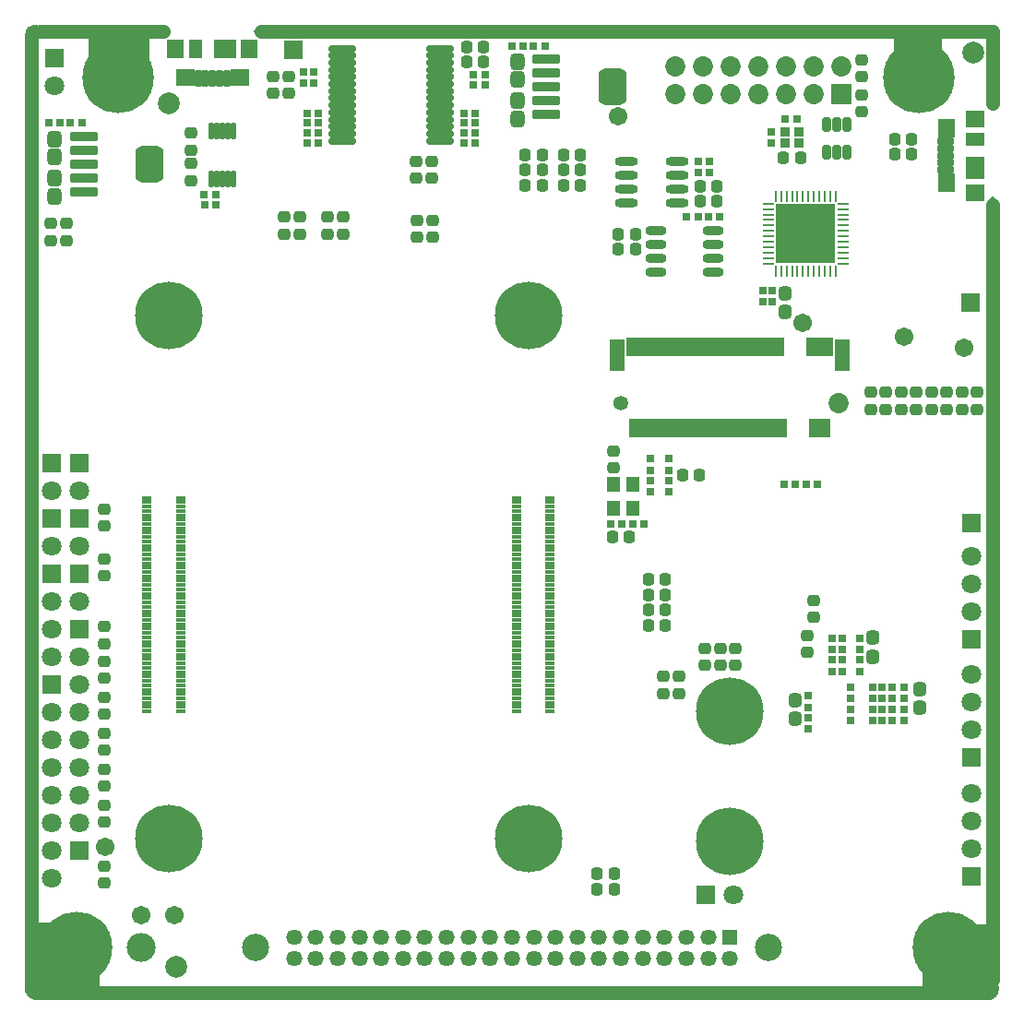
<source format=gbr>
G04*
G04 #@! TF.GenerationSoftware,Altium Limited,Altium Designer,24.9.1 (31)*
G04*
G04 Layer_Color=8388736*
%FSLAX44Y44*%
%MOMM*%
G71*
G04*
G04 #@! TF.SameCoordinates,95152EAB-924E-4990-96F7-4EF775BF21D2*
G04*
G04*
G04 #@! TF.FilePolarity,Negative*
G04*
G01*
G75*
%ADD52C,1.3000*%
%ADD53R,5.5478X2.9001*%
%ADD54R,4.5138X2.6001*%
%ADD55R,6.8000X6.4000*%
%ADD56R,6.5000X6.7000*%
G04:AMPARAMS|DCode=57|XSize=0.6604mm|YSize=1.5748mm|CornerRadius=0.2159mm|HoleSize=0mm|Usage=FLASHONLY|Rotation=180.000|XOffset=0mm|YOffset=0mm|HoleType=Round|Shape=RoundedRectangle|*
%AMROUNDEDRECTD57*
21,1,0.6604,1.1430,0,0,180.0*
21,1,0.2286,1.5748,0,0,180.0*
1,1,0.4318,-0.1143,0.5715*
1,1,0.4318,0.1143,0.5715*
1,1,0.4318,0.1143,-0.5715*
1,1,0.4318,-0.1143,-0.5715*
%
%ADD57ROUNDEDRECTD57*%
%ADD58R,1.5032X1.8032*%
%ADD59R,1.7526X1.6256*%
%ADD60R,2.0032X1.8032*%
%ADD61R,1.2032X1.8032*%
G04:AMPARAMS|DCode=62|XSize=1.1532mm|YSize=1.0532mm|CornerRadius=0.3141mm|HoleSize=0mm|Usage=FLASHONLY|Rotation=180.000|XOffset=0mm|YOffset=0mm|HoleType=Round|Shape=RoundedRectangle|*
%AMROUNDEDRECTD62*
21,1,1.1532,0.4250,0,0,180.0*
21,1,0.5250,1.0532,0,0,180.0*
1,1,0.6282,-0.2625,0.2125*
1,1,0.6282,0.2625,0.2125*
1,1,0.6282,0.2625,-0.2125*
1,1,0.6282,-0.2625,-0.2125*
%
%ADD62ROUNDEDRECTD62*%
%ADD63O,0.2393X1.0571*%
%ADD64O,1.0571X0.2393*%
%ADD65R,5.4200X5.4200*%
%ADD66R,0.5040X1.7540*%
%ADD67R,1.4040X2.9540*%
%ADD68R,1.8032X1.2032*%
%ADD69R,1.8032X2.0032*%
%ADD70R,1.8032X1.5032*%
%ADD71R,1.6256X1.7526*%
G04:AMPARAMS|DCode=72|XSize=0.6604mm|YSize=1.5748mm|CornerRadius=0.2159mm|HoleSize=0mm|Usage=FLASHONLY|Rotation=90.000|XOffset=0mm|YOffset=0mm|HoleType=Round|Shape=RoundedRectangle|*
%AMROUNDEDRECTD72*
21,1,0.6604,1.1430,0,0,90.0*
21,1,0.2286,1.5748,0,0,90.0*
1,1,0.4318,0.5715,0.1143*
1,1,0.4318,0.5715,-0.1143*
1,1,0.4318,-0.5715,-0.1143*
1,1,0.4318,-0.5715,0.1143*
%
%ADD72ROUNDEDRECTD72*%
%ADD73R,0.9032X0.4032*%
%ADD74R,0.9500X0.8500*%
G04:AMPARAMS|DCode=75|XSize=1.1532mm|YSize=1.0532mm|CornerRadius=0.3141mm|HoleSize=0mm|Usage=FLASHONLY|Rotation=90.000|XOffset=0mm|YOffset=0mm|HoleType=Round|Shape=RoundedRectangle|*
%AMROUNDEDRECTD75*
21,1,1.1532,0.4250,0,0,90.0*
21,1,0.5250,1.0532,0,0,90.0*
1,1,0.6282,0.2125,0.2625*
1,1,0.6282,0.2125,-0.2625*
1,1,0.6282,-0.2125,-0.2625*
1,1,0.6282,-0.2125,0.2625*
%
%ADD75ROUNDEDRECTD75*%
G04:AMPARAMS|DCode=76|XSize=1.8432mm|YSize=0.7932mm|CornerRadius=0.2491mm|HoleSize=0mm|Usage=FLASHONLY|Rotation=0.000|XOffset=0mm|YOffset=0mm|HoleType=Round|Shape=RoundedRectangle|*
%AMROUNDEDRECTD76*
21,1,1.8432,0.2950,0,0,0.0*
21,1,1.3450,0.7932,0,0,0.0*
1,1,0.4982,0.6725,-0.1475*
1,1,0.4982,-0.6725,-0.1475*
1,1,0.4982,-0.6725,0.1475*
1,1,0.4982,0.6725,0.1475*
%
%ADD76ROUNDEDRECTD76*%
%ADD77C,1.7032*%
G04:AMPARAMS|DCode=78|XSize=1.4132mm|YSize=0.7932mm|CornerRadius=0.1754mm|HoleSize=0mm|Usage=FLASHONLY|Rotation=270.000|XOffset=0mm|YOffset=0mm|HoleType=Round|Shape=RoundedRectangle|*
%AMROUNDEDRECTD78*
21,1,1.4132,0.4425,0,0,270.0*
21,1,1.0625,0.7932,0,0,270.0*
1,1,0.3507,-0.2213,-0.5313*
1,1,0.3507,-0.2213,0.5313*
1,1,0.3507,0.2213,0.5313*
1,1,0.3507,0.2213,-0.5313*
%
%ADD78ROUNDEDRECTD78*%
%ADD79R,1.1532X1.4032*%
G04:AMPARAMS|DCode=80|XSize=1.6032mm|YSize=0.5032mm|CornerRadius=0.1766mm|HoleSize=0mm|Usage=FLASHONLY|Rotation=90.000|XOffset=0mm|YOffset=0mm|HoleType=Round|Shape=RoundedRectangle|*
%AMROUNDEDRECTD80*
21,1,1.6032,0.1500,0,0,90.0*
21,1,1.2500,0.5032,0,0,90.0*
1,1,0.3532,0.0750,0.6250*
1,1,0.3532,0.0750,-0.6250*
1,1,0.3532,-0.0750,-0.6250*
1,1,0.3532,-0.0750,0.6250*
%
%ADD80ROUNDEDRECTD80*%
%ADD81O,2.1032X0.8032*%
G04:AMPARAMS|DCode=82|XSize=3.4032mm|YSize=2.6032mm|CornerRadius=0.7016mm|HoleSize=0mm|Usage=FLASHONLY|Rotation=90.000|XOffset=0mm|YOffset=0mm|HoleType=Round|Shape=RoundedRectangle|*
%AMROUNDEDRECTD82*
21,1,3.4032,1.2000,0,0,90.0*
21,1,2.0000,2.6032,0,0,90.0*
1,1,1.4032,0.6000,1.0000*
1,1,1.4032,0.6000,-1.0000*
1,1,1.4032,-0.6000,-1.0000*
1,1,1.4032,-0.6000,1.0000*
%
%ADD82ROUNDEDRECTD82*%
G04:AMPARAMS|DCode=83|XSize=0.9032mm|YSize=2.6032mm|CornerRadius=0.2766mm|HoleSize=0mm|Usage=FLASHONLY|Rotation=90.000|XOffset=0mm|YOffset=0mm|HoleType=Round|Shape=RoundedRectangle|*
%AMROUNDEDRECTD83*
21,1,0.9032,2.0500,0,0,90.0*
21,1,0.3500,2.6032,0,0,90.0*
1,1,0.5532,1.0250,0.1750*
1,1,0.5532,1.0250,-0.1750*
1,1,0.5532,-1.0250,-0.1750*
1,1,0.5532,-1.0250,0.1750*
%
%ADD83ROUNDEDRECTD83*%
G04:AMPARAMS|DCode=84|XSize=1.3032mm|YSize=1.2032mm|CornerRadius=0.3516mm|HoleSize=0mm|Usage=FLASHONLY|Rotation=270.000|XOffset=0mm|YOffset=0mm|HoleType=Round|Shape=RoundedRectangle|*
%AMROUNDEDRECTD84*
21,1,1.3032,0.5000,0,0,270.0*
21,1,0.6000,1.2032,0,0,270.0*
1,1,0.7032,-0.2500,-0.3000*
1,1,0.7032,-0.2500,0.3000*
1,1,0.7032,0.2500,0.3000*
1,1,0.7032,0.2500,-0.3000*
%
%ADD84ROUNDEDRECTD84*%
G04:AMPARAMS|DCode=85|XSize=0.75mm|YSize=0.7mm|CornerRadius=0.2mm|HoleSize=0mm|Usage=FLASHONLY|Rotation=0.000|XOffset=0mm|YOffset=0mm|HoleType=Round|Shape=RoundedRectangle|*
%AMROUNDEDRECTD85*
21,1,0.7500,0.3000,0,0,0.0*
21,1,0.3500,0.7000,0,0,0.0*
1,1,0.4000,0.1750,-0.1500*
1,1,0.4000,-0.1750,-0.1500*
1,1,0.4000,-0.1750,0.1500*
1,1,0.4000,0.1750,0.1500*
%
%ADD85ROUNDEDRECTD85*%
G04:AMPARAMS|DCode=86|XSize=0.75mm|YSize=0.7mm|CornerRadius=0.2mm|HoleSize=0mm|Usage=FLASHONLY|Rotation=90.000|XOffset=0mm|YOffset=0mm|HoleType=Round|Shape=RoundedRectangle|*
%AMROUNDEDRECTD86*
21,1,0.7500,0.3000,0,0,90.0*
21,1,0.3500,0.7000,0,0,90.0*
1,1,0.4000,0.1500,0.1750*
1,1,0.4000,0.1500,-0.1750*
1,1,0.4000,-0.1500,-0.1750*
1,1,0.4000,-0.1500,0.1750*
%
%ADD86ROUNDEDRECTD86*%
G04:AMPARAMS|DCode=87|XSize=1.3032mm|YSize=1.5032mm|CornerRadius=0.3516mm|HoleSize=0mm|Usage=FLASHONLY|Rotation=180.000|XOffset=0mm|YOffset=0mm|HoleType=Round|Shape=RoundedRectangle|*
%AMROUNDEDRECTD87*
21,1,1.3032,0.8000,0,0,180.0*
21,1,0.6000,1.5032,0,0,180.0*
1,1,0.7032,-0.3000,0.4000*
1,1,0.7032,0.3000,0.4000*
1,1,0.7032,0.3000,-0.4000*
1,1,0.7032,-0.3000,-0.4000*
%
%ADD87ROUNDEDRECTD87*%
G04:AMPARAMS|DCode=88|XSize=2.5228mm|YSize=0.6627mm|CornerRadius=0.2207mm|HoleSize=0mm|Usage=FLASHONLY|Rotation=180.000|XOffset=0mm|YOffset=0mm|HoleType=Round|Shape=RoundedRectangle|*
%AMROUNDEDRECTD88*
21,1,2.5228,0.2214,0,0,180.0*
21,1,2.0814,0.6627,0,0,180.0*
1,1,0.4414,-1.0407,0.1107*
1,1,0.4414,1.0407,0.1107*
1,1,0.4414,1.0407,-0.1107*
1,1,0.4414,-1.0407,-0.1107*
%
%ADD88ROUNDEDRECTD88*%
%ADD89C,2.0000*%
%ADD90C,6.2000*%
%ADD91C,1.8532*%
%ADD92C,1.3532*%
%ADD93R,1.8532X1.8532*%
%ADD94R,1.8032X1.8032*%
%ADD95C,1.8032*%
%ADD96C,1.4612*%
%ADD97R,1.4612X1.4612*%
%ADD98C,2.5032*%
%ADD99C,2.6532*%
%ADD100C,6.2032*%
%ADD101R,1.8032X1.8032*%
%ADD102C,6.5532*%
%ADD103C,1.5240*%
%ADD104C,0.5000*%
D52*
X888000Y9000D02*
G03*
X891000Y12000I0J3000D01*
G01*
X12000Y891000D02*
G03*
X9000Y888000I0J-3000D01*
G01*
Y12000D02*
G03*
X12000Y9000I3000J0D01*
G01*
X891000Y888000D02*
G03*
X888000Y891000I-3000J0D01*
G01*
X220000Y891004D02*
X891001Y891004D01*
X17442Y891001D02*
X130000D01*
X891001Y824923D02*
Y891004D01*
X891001Y732000D02*
X891001Y20464D01*
X12000Y9000D02*
X888000D01*
X9000Y12000D02*
Y888000D01*
D53*
X89261Y876500D02*
D03*
D54*
X822431Y878000D02*
D03*
D55*
X860700Y39000D02*
D03*
D56*
X39500Y40500D02*
D03*
D57*
X162000Y848198D02*
D03*
X168500D02*
D03*
X175000D02*
D03*
X181500D02*
D03*
X188000D02*
D03*
D58*
X141250Y874798D02*
D03*
X208750D02*
D03*
D59*
X199875Y849048D02*
D03*
X150125D02*
D03*
D60*
X186500Y874798D02*
D03*
D61*
X159506D02*
D03*
D62*
X231000Y849750D02*
D03*
Y834250D02*
D03*
X245000D02*
D03*
Y849750D02*
D03*
X771000Y864750D02*
D03*
Y849250D02*
D03*
Y832750D02*
D03*
Y817250D02*
D03*
X41000Y699250D02*
D03*
Y714750D02*
D03*
X76000Y279750D02*
D03*
Y264250D02*
D03*
X76000Y246750D02*
D03*
Y231250D02*
D03*
X821000Y544250D02*
D03*
Y559750D02*
D03*
X849000Y544250D02*
D03*
Y559750D02*
D03*
X877000Y544250D02*
D03*
Y559750D02*
D03*
X76000Y344750D02*
D03*
Y329250D02*
D03*
Y312750D02*
D03*
Y297250D02*
D03*
Y213750D02*
D03*
Y198250D02*
D03*
Y180750D02*
D03*
Y165250D02*
D03*
X76000Y124750D02*
D03*
Y109250D02*
D03*
X793000Y559750D02*
D03*
Y544250D02*
D03*
X543000Y505750D02*
D03*
Y490250D02*
D03*
X727000Y368750D02*
D03*
Y353250D02*
D03*
X721000Y336750D02*
D03*
Y321250D02*
D03*
X655000Y324750D02*
D03*
Y309250D02*
D03*
X641000Y324750D02*
D03*
Y309250D02*
D03*
X627000Y324750D02*
D03*
Y309250D02*
D03*
X589000Y299000D02*
D03*
Y283500D02*
D03*
X603000Y299000D02*
D03*
Y283500D02*
D03*
X863000Y544250D02*
D03*
Y559750D02*
D03*
X835000Y544250D02*
D03*
Y559750D02*
D03*
X807000Y544250D02*
D03*
Y559750D02*
D03*
X779000Y544250D02*
D03*
Y559750D02*
D03*
X376000Y756250D02*
D03*
Y771750D02*
D03*
X362000Y756250D02*
D03*
Y771750D02*
D03*
X377000Y702250D02*
D03*
Y717750D02*
D03*
X363000Y702250D02*
D03*
Y717750D02*
D03*
X76000Y391250D02*
D03*
Y406750D02*
D03*
Y452750D02*
D03*
Y437250D02*
D03*
X27000Y699250D02*
D03*
Y714750D02*
D03*
X155000Y797750D02*
D03*
Y782250D02*
D03*
Y769750D02*
D03*
Y754250D02*
D03*
X295000Y705250D02*
D03*
Y720750D02*
D03*
X281000Y705250D02*
D03*
Y720750D02*
D03*
X255000Y705250D02*
D03*
Y720750D02*
D03*
X241000Y705250D02*
D03*
Y720750D02*
D03*
D63*
X702000Y670989D02*
D03*
X697000D02*
D03*
X692000D02*
D03*
X707000D02*
D03*
X712000D02*
D03*
X717000D02*
D03*
X722000D02*
D03*
X727000D02*
D03*
X692000Y740000D02*
D03*
X697000D02*
D03*
X702000D02*
D03*
X707000D02*
D03*
X712000D02*
D03*
X717000D02*
D03*
X722000D02*
D03*
X727000D02*
D03*
X732000Y670989D02*
D03*
X737000D02*
D03*
X742000D02*
D03*
X747000D02*
D03*
X732000Y740000D02*
D03*
X737000D02*
D03*
X742000D02*
D03*
X747000D02*
D03*
D64*
X684995Y677995D02*
D03*
Y682995D02*
D03*
Y687995D02*
D03*
Y692995D02*
D03*
Y697995D02*
D03*
Y702995D02*
D03*
Y707995D02*
D03*
Y712995D02*
D03*
Y717995D02*
D03*
Y722995D02*
D03*
Y727995D02*
D03*
Y732995D02*
D03*
X754006Y677995D02*
D03*
Y682995D02*
D03*
Y687995D02*
D03*
Y692995D02*
D03*
Y697995D02*
D03*
Y702995D02*
D03*
Y707995D02*
D03*
Y712995D02*
D03*
Y717995D02*
D03*
Y722995D02*
D03*
Y727995D02*
D03*
Y732995D02*
D03*
D65*
X719500Y705495D02*
D03*
D66*
X740000Y527250D02*
D03*
X735000D02*
D03*
X730000D02*
D03*
X725000D02*
D03*
X700000D02*
D03*
X695000D02*
D03*
X690000D02*
D03*
X685000D02*
D03*
X680000D02*
D03*
X675000D02*
D03*
X670000D02*
D03*
X665000D02*
D03*
X660000D02*
D03*
X655000D02*
D03*
X650000D02*
D03*
X645000D02*
D03*
X640000D02*
D03*
X635000D02*
D03*
X630000D02*
D03*
X625000D02*
D03*
X620000D02*
D03*
X615000D02*
D03*
X610000D02*
D03*
X605000D02*
D03*
X600000D02*
D03*
X595000D02*
D03*
X590000D02*
D03*
X585000D02*
D03*
X580000D02*
D03*
X575000D02*
D03*
X570000D02*
D03*
X565000D02*
D03*
X560000D02*
D03*
X742500Y601750D02*
D03*
X737500D02*
D03*
X732500D02*
D03*
X727500D02*
D03*
X722500D02*
D03*
X697500D02*
D03*
X692500D02*
D03*
X687500D02*
D03*
X682500D02*
D03*
X677500D02*
D03*
X672500D02*
D03*
X667500D02*
D03*
X662500D02*
D03*
X657500D02*
D03*
X652500D02*
D03*
X647500D02*
D03*
X642500D02*
D03*
X637500D02*
D03*
X632500D02*
D03*
X627500D02*
D03*
X622500D02*
D03*
X617500D02*
D03*
X612500D02*
D03*
X607500D02*
D03*
X602500D02*
D03*
X597500D02*
D03*
X592500D02*
D03*
X587500D02*
D03*
X582500D02*
D03*
X577500D02*
D03*
X572500D02*
D03*
X567500D02*
D03*
X562500D02*
D03*
X557500D02*
D03*
D67*
X753500Y594000D02*
D03*
X546500D02*
D03*
D68*
X874798Y792494D02*
D03*
D69*
Y765500D02*
D03*
D70*
Y743250D02*
D03*
Y810750D02*
D03*
D71*
X849048Y801875D02*
D03*
Y752125D02*
D03*
D72*
X848198Y764000D02*
D03*
Y770500D02*
D03*
Y777000D02*
D03*
Y783500D02*
D03*
Y790000D02*
D03*
D73*
X115000Y463000D02*
D03*
X145800D02*
D03*
X115000Y459000D02*
D03*
X145800D02*
D03*
X115000Y455000D02*
D03*
X145800D02*
D03*
X115000Y451000D02*
D03*
X145800D02*
D03*
X115000Y447000D02*
D03*
X145800D02*
D03*
X115000Y443000D02*
D03*
X145800D02*
D03*
X115000Y439000D02*
D03*
X145800D02*
D03*
X115000Y435000D02*
D03*
X145800D02*
D03*
X115000Y431000D02*
D03*
X145800D02*
D03*
X115000Y427000D02*
D03*
X145800D02*
D03*
X115000Y423000D02*
D03*
X145800D02*
D03*
X115000Y419000D02*
D03*
X145800D02*
D03*
X115000Y415000D02*
D03*
X145800D02*
D03*
X115000Y411000D02*
D03*
X145800D02*
D03*
X115000Y407000D02*
D03*
X145800D02*
D03*
X115000Y403000D02*
D03*
X145800D02*
D03*
X115000Y399000D02*
D03*
X145800D02*
D03*
X115000Y395000D02*
D03*
X145800D02*
D03*
X115000Y391000D02*
D03*
X145800D02*
D03*
X115000Y387000D02*
D03*
X145800D02*
D03*
X115000Y383000D02*
D03*
X145800D02*
D03*
X115000Y379000D02*
D03*
X145800D02*
D03*
X115000Y375000D02*
D03*
X145800D02*
D03*
X115000Y371000D02*
D03*
X145800D02*
D03*
X115000Y367000D02*
D03*
X145800D02*
D03*
X115000Y363000D02*
D03*
X145800D02*
D03*
X115000Y359000D02*
D03*
X145800D02*
D03*
X115000Y355000D02*
D03*
X145800D02*
D03*
X115000Y351000D02*
D03*
X145800D02*
D03*
X115000Y347000D02*
D03*
X145800D02*
D03*
X115000Y343000D02*
D03*
X145800D02*
D03*
X115000Y339000D02*
D03*
X145800D02*
D03*
X115000Y335000D02*
D03*
X145800D02*
D03*
X115000Y331000D02*
D03*
X145800D02*
D03*
X115000Y327000D02*
D03*
X145800D02*
D03*
X115000Y323000D02*
D03*
X145800D02*
D03*
X115000Y319000D02*
D03*
X145800D02*
D03*
X115000Y315000D02*
D03*
X145800D02*
D03*
X115000Y311000D02*
D03*
X145800D02*
D03*
X115000Y307000D02*
D03*
X145800D02*
D03*
X115000Y303000D02*
D03*
X145800D02*
D03*
X115000Y299000D02*
D03*
X145800D02*
D03*
X115000Y295000D02*
D03*
X145800D02*
D03*
X115000Y291000D02*
D03*
X145800D02*
D03*
X115000Y287000D02*
D03*
X145800D02*
D03*
X115000Y283000D02*
D03*
X145800D02*
D03*
X115000Y279000D02*
D03*
X145800D02*
D03*
X115000Y275000D02*
D03*
X145800D02*
D03*
X115000Y271000D02*
D03*
X145800D02*
D03*
X115000Y267000D02*
D03*
X145800D02*
D03*
X454200Y463000D02*
D03*
X485000D02*
D03*
X454200Y459000D02*
D03*
X485000D02*
D03*
X454200Y455000D02*
D03*
X485000D02*
D03*
X454200Y451000D02*
D03*
X485000D02*
D03*
X454200Y447000D02*
D03*
X485000D02*
D03*
X454200Y443000D02*
D03*
X485000D02*
D03*
X454200Y439000D02*
D03*
X485000D02*
D03*
X454200Y435000D02*
D03*
X485000D02*
D03*
X454200Y431000D02*
D03*
X485000D02*
D03*
X454200Y427000D02*
D03*
X485000D02*
D03*
X454200Y423000D02*
D03*
X485000D02*
D03*
X454200Y419000D02*
D03*
X485000D02*
D03*
X454200Y415000D02*
D03*
X485000D02*
D03*
X454200Y411000D02*
D03*
X485000D02*
D03*
X454200Y407000D02*
D03*
X485000D02*
D03*
X454200Y403000D02*
D03*
X485000D02*
D03*
X454200Y399000D02*
D03*
X485000D02*
D03*
X454200Y395000D02*
D03*
X485000D02*
D03*
X454200Y391000D02*
D03*
X485000D02*
D03*
X454200Y387000D02*
D03*
X485000D02*
D03*
X454200Y383000D02*
D03*
X485000D02*
D03*
X454200Y379000D02*
D03*
X485000D02*
D03*
X454200Y375000D02*
D03*
X485000D02*
D03*
X454200Y371000D02*
D03*
X485000D02*
D03*
X454200Y367000D02*
D03*
X485000D02*
D03*
X454200Y363000D02*
D03*
X485000D02*
D03*
X454200Y359000D02*
D03*
X485000D02*
D03*
X454200Y355000D02*
D03*
X485000D02*
D03*
X454200Y351000D02*
D03*
X485000D02*
D03*
X454200Y347000D02*
D03*
X485000D02*
D03*
X454200Y343000D02*
D03*
X485000D02*
D03*
X454200Y339000D02*
D03*
X485000D02*
D03*
X454200Y335000D02*
D03*
X485000D02*
D03*
X454200Y331000D02*
D03*
X485000D02*
D03*
X454200Y327000D02*
D03*
X485000D02*
D03*
X454200Y323000D02*
D03*
X485000D02*
D03*
X454200Y319000D02*
D03*
X485000D02*
D03*
X454200Y315000D02*
D03*
X485000D02*
D03*
X454200Y311000D02*
D03*
X485000D02*
D03*
X454200Y307000D02*
D03*
X485000D02*
D03*
X454200Y303000D02*
D03*
X485000D02*
D03*
X454200Y299000D02*
D03*
X485000D02*
D03*
X454200Y295000D02*
D03*
X485000D02*
D03*
X454200Y291000D02*
D03*
X485000D02*
D03*
X454200Y287000D02*
D03*
X485000D02*
D03*
X454200Y283000D02*
D03*
X485000D02*
D03*
X454200Y279000D02*
D03*
X485000D02*
D03*
X454200Y275000D02*
D03*
X485000D02*
D03*
X454200Y271000D02*
D03*
X485000D02*
D03*
X454200Y267000D02*
D03*
X485000D02*
D03*
D74*
X713750Y799250D02*
D03*
X700250D02*
D03*
Y788750D02*
D03*
X713750D02*
D03*
D75*
X423750Y877000D02*
D03*
X408250D02*
D03*
X816750Y792000D02*
D03*
X801250D02*
D03*
X543750Y118000D02*
D03*
X528250D02*
D03*
X622760Y735000D02*
D03*
X638260D02*
D03*
X622760Y749000D02*
D03*
X638260D02*
D03*
X621750Y484000D02*
D03*
X606250D02*
D03*
X542250Y427000D02*
D03*
X557750D02*
D03*
X590750Y388000D02*
D03*
X575250D02*
D03*
X590750Y374000D02*
D03*
X575250D02*
D03*
X590750Y360000D02*
D03*
X575250D02*
D03*
X590750Y346000D02*
D03*
X575250D02*
D03*
X543750Y104000D02*
D03*
X528250D02*
D03*
X801250Y778250D02*
D03*
X816750D02*
D03*
X714750Y775000D02*
D03*
X699250D02*
D03*
X513000Y778000D02*
D03*
X497500D02*
D03*
X513000Y764000D02*
D03*
X497500D02*
D03*
X513000Y750000D02*
D03*
X497500D02*
D03*
X462250Y778000D02*
D03*
X477750D02*
D03*
X462250Y764000D02*
D03*
X477750D02*
D03*
X462250Y750000D02*
D03*
X477750D02*
D03*
X563240Y691000D02*
D03*
X547740D02*
D03*
X563240Y705000D02*
D03*
X547740D02*
D03*
X423750Y863000D02*
D03*
X408250D02*
D03*
D76*
X634860Y708050D02*
D03*
Y695350D02*
D03*
Y682650D02*
D03*
Y669950D02*
D03*
X582160D02*
D03*
Y682650D02*
D03*
Y695350D02*
D03*
Y708050D02*
D03*
D77*
X717000Y624000D02*
D03*
X110000Y80000D02*
D03*
X77000Y143000D02*
D03*
X140000Y80000D02*
D03*
X547000Y813000D02*
D03*
X810000Y611000D02*
D03*
X865000Y601000D02*
D03*
D78*
X757500Y780450D02*
D03*
X748000D02*
D03*
X738500D02*
D03*
Y805550D02*
D03*
X748000D02*
D03*
X757500D02*
D03*
D79*
X543250Y453000D02*
D03*
Y475000D02*
D03*
X560750D02*
D03*
Y453000D02*
D03*
D80*
X174000Y755784D02*
D03*
X179000D02*
D03*
X184000D02*
D03*
X189000D02*
D03*
X194000D02*
D03*
Y799784D02*
D03*
X189000D02*
D03*
X184000D02*
D03*
X179000D02*
D03*
X174000D02*
D03*
D81*
X601784Y733300D02*
D03*
Y746000D02*
D03*
Y758700D02*
D03*
Y771400D02*
D03*
X554784Y733300D02*
D03*
Y746000D02*
D03*
Y758700D02*
D03*
Y771400D02*
D03*
D82*
X117250Y769000D02*
D03*
X542226Y840000D02*
D03*
D83*
X56750Y743600D02*
D03*
Y756300D02*
D03*
Y769000D02*
D03*
Y781700D02*
D03*
Y794400D02*
D03*
X481726Y814600D02*
D03*
Y827300D02*
D03*
Y840000D02*
D03*
Y852700D02*
D03*
Y865400D02*
D03*
D84*
X701000Y633500D02*
D03*
Y650500D02*
D03*
X824000Y270500D02*
D03*
Y287500D02*
D03*
X781000Y334500D02*
D03*
Y317500D02*
D03*
X709796Y260500D02*
D03*
Y277500D02*
D03*
D85*
X44750Y807000D02*
D03*
X55250D02*
D03*
X631250Y762000D02*
D03*
X620750D02*
D03*
Y772000D02*
D03*
X631250D02*
D03*
X730250Y475000D02*
D03*
X719750D02*
D03*
X710250D02*
D03*
X699750D02*
D03*
X540500Y439000D02*
D03*
X551000D02*
D03*
X560750D02*
D03*
X571250D02*
D03*
X700750Y811000D02*
D03*
X711250D02*
D03*
X620760Y721000D02*
D03*
X610260D02*
D03*
X640760D02*
D03*
X630260D02*
D03*
X469750Y878000D02*
D03*
X480250D02*
D03*
X449750Y878000D02*
D03*
X460250D02*
D03*
X425250Y851000D02*
D03*
X414750D02*
D03*
Y842000D02*
D03*
X425250D02*
D03*
X416250Y798000D02*
D03*
X405750D02*
D03*
Y807000D02*
D03*
X416250D02*
D03*
X416250Y816000D02*
D03*
X405750D02*
D03*
X405750Y789000D02*
D03*
X416250D02*
D03*
X24750Y807000D02*
D03*
X35250D02*
D03*
X167500Y741000D02*
D03*
X178000D02*
D03*
X178250Y732000D02*
D03*
X167750D02*
D03*
X272250Y789000D02*
D03*
X261750D02*
D03*
Y798000D02*
D03*
X272250D02*
D03*
Y807000D02*
D03*
X261750D02*
D03*
Y816000D02*
D03*
X272250D02*
D03*
D86*
X259000Y843750D02*
D03*
Y854250D02*
D03*
X268000D02*
D03*
Y843750D02*
D03*
X594000Y479000D02*
D03*
Y468500D02*
D03*
X577000Y479000D02*
D03*
Y468500D02*
D03*
X594000Y499000D02*
D03*
Y488500D02*
D03*
X577000Y499000D02*
D03*
Y488500D02*
D03*
X768796Y314250D02*
D03*
Y303750D02*
D03*
Y334250D02*
D03*
Y323750D02*
D03*
X743796Y314250D02*
D03*
Y303750D02*
D03*
X752796Y334250D02*
D03*
Y323750D02*
D03*
Y314250D02*
D03*
Y303750D02*
D03*
X743796Y334250D02*
D03*
Y323750D02*
D03*
X809796Y269250D02*
D03*
Y258750D02*
D03*
Y289250D02*
D03*
Y278750D02*
D03*
X798796Y269250D02*
D03*
Y258750D02*
D03*
Y289250D02*
D03*
Y278750D02*
D03*
X789796Y269250D02*
D03*
Y258750D02*
D03*
Y289250D02*
D03*
Y278750D02*
D03*
X780796Y289250D02*
D03*
Y278750D02*
D03*
Y269250D02*
D03*
Y258750D02*
D03*
X760796Y289250D02*
D03*
Y278750D02*
D03*
Y269250D02*
D03*
Y258750D02*
D03*
X721796Y281250D02*
D03*
Y270750D02*
D03*
Y261250D02*
D03*
Y250750D02*
D03*
X688000Y799250D02*
D03*
Y788750D02*
D03*
X689000Y642750D02*
D03*
Y653250D02*
D03*
X680000Y653250D02*
D03*
Y642750D02*
D03*
D87*
X455000Y827250D02*
D03*
Y810750D02*
D03*
Y846750D02*
D03*
Y863250D02*
D03*
X30000Y775750D02*
D03*
Y792250D02*
D03*
Y756250D02*
D03*
Y739750D02*
D03*
D88*
X384155Y790750D02*
D03*
Y797250D02*
D03*
Y803750D02*
D03*
Y810250D02*
D03*
Y816750D02*
D03*
Y823250D02*
D03*
Y829750D02*
D03*
Y836250D02*
D03*
Y842750D02*
D03*
Y849250D02*
D03*
Y855750D02*
D03*
Y862250D02*
D03*
Y868750D02*
D03*
Y875250D02*
D03*
X293845D02*
D03*
Y868750D02*
D03*
Y862250D02*
D03*
Y855750D02*
D03*
Y849250D02*
D03*
Y842750D02*
D03*
Y836250D02*
D03*
Y829750D02*
D03*
Y823250D02*
D03*
Y816750D02*
D03*
Y810250D02*
D03*
Y803750D02*
D03*
Y797250D02*
D03*
Y790750D02*
D03*
D89*
X135000Y825000D02*
D03*
X142000Y33000D02*
D03*
X873000Y872000D02*
D03*
D90*
X650000Y147500D02*
D03*
Y267500D02*
D03*
D91*
X750000Y550000D02*
D03*
X599800Y858700D02*
D03*
Y833300D02*
D03*
X625200Y858700D02*
D03*
Y833300D02*
D03*
X650600Y858700D02*
D03*
Y833300D02*
D03*
X676000Y858700D02*
D03*
Y833300D02*
D03*
X701400Y858700D02*
D03*
Y833300D02*
D03*
X726800Y858700D02*
D03*
Y833300D02*
D03*
X752200Y858700D02*
D03*
D92*
X550000Y550000D02*
D03*
D93*
X752200Y833300D02*
D03*
D94*
X249000Y874000D02*
D03*
X52800Y139700D02*
D03*
X27400Y292100D02*
D03*
X872000Y333600D02*
D03*
Y224600D02*
D03*
Y115200D02*
D03*
X27400Y393700D02*
D03*
X30000Y866400D02*
D03*
X52800Y444500D02*
D03*
Y495300D02*
D03*
Y342900D02*
D03*
Y393700D02*
D03*
X27400Y444500D02*
D03*
Y495300D02*
D03*
X872000Y440000D02*
D03*
D95*
X52800Y292100D02*
D03*
Y266700D02*
D03*
Y241300D02*
D03*
Y165100D02*
D03*
Y190500D02*
D03*
Y215900D02*
D03*
X27400Y114300D02*
D03*
Y215900D02*
D03*
Y241300D02*
D03*
Y266700D02*
D03*
Y190500D02*
D03*
Y165100D02*
D03*
Y139700D02*
D03*
X872000Y359000D02*
D03*
Y384400D02*
D03*
Y409800D02*
D03*
Y250000D02*
D03*
Y275400D02*
D03*
Y300800D02*
D03*
Y140600D02*
D03*
Y166000D02*
D03*
Y191400D02*
D03*
X27400Y368300D02*
D03*
Y342900D02*
D03*
Y317500D02*
D03*
X653000Y99000D02*
D03*
X30000Y841000D02*
D03*
X52800Y419100D02*
D03*
Y469900D02*
D03*
Y317500D02*
D03*
Y368300D02*
D03*
X27400Y419100D02*
D03*
Y469900D02*
D03*
D96*
X250000Y40000D02*
D03*
Y60000D02*
D03*
X270000Y40000D02*
D03*
Y60000D02*
D03*
X290000Y40000D02*
D03*
Y60000D02*
D03*
X310000Y40000D02*
D03*
Y60000D02*
D03*
X330000Y40000D02*
D03*
Y60000D02*
D03*
X350000Y40000D02*
D03*
Y60000D02*
D03*
X370000Y40000D02*
D03*
Y60000D02*
D03*
X390000Y40000D02*
D03*
Y60000D02*
D03*
X410000Y40000D02*
D03*
Y60000D02*
D03*
X430000Y40000D02*
D03*
Y60000D02*
D03*
X450000Y40000D02*
D03*
Y60000D02*
D03*
X470000Y40000D02*
D03*
Y60000D02*
D03*
X490000Y40000D02*
D03*
Y60000D02*
D03*
X510000Y40000D02*
D03*
Y60000D02*
D03*
X530000Y40000D02*
D03*
Y60000D02*
D03*
X550000Y40000D02*
D03*
Y60000D02*
D03*
X570000Y40000D02*
D03*
Y60000D02*
D03*
X590000Y40000D02*
D03*
Y60000D02*
D03*
X610000Y40000D02*
D03*
Y60000D02*
D03*
X630000Y40000D02*
D03*
Y60000D02*
D03*
X650000Y40000D02*
D03*
D97*
Y60000D02*
D03*
D98*
X215000Y50000D02*
D03*
X685000D02*
D03*
D99*
X110000D02*
D03*
D100*
X465000Y150000D02*
D03*
X135000Y630000D02*
D03*
X465000D02*
D03*
X135000Y150000D02*
D03*
D101*
X627600Y99000D02*
D03*
X871000Y642000D02*
D03*
D102*
X50800Y50800D02*
D03*
X850900D02*
D03*
X88900Y849200D02*
D03*
X823800D02*
D03*
D103*
X50800Y73660D02*
D03*
X27940Y50800D02*
D03*
X50800Y27940D02*
D03*
X73660Y50800D02*
D03*
X66965Y66965D02*
D03*
X34636D02*
D03*
Y34636D02*
D03*
X66965D02*
D03*
X850900Y73660D02*
D03*
X828040Y50800D02*
D03*
X850900Y27940D02*
D03*
X873760Y50800D02*
D03*
X867065Y66965D02*
D03*
X834735D02*
D03*
Y34636D02*
D03*
X867065D02*
D03*
X88900Y872060D02*
D03*
X66040Y849200D02*
D03*
X88900Y826340D02*
D03*
X111760Y849200D02*
D03*
X105064Y865365D02*
D03*
X72736D02*
D03*
Y833036D02*
D03*
X105064D02*
D03*
X823800Y872060D02*
D03*
X800940Y849200D02*
D03*
X823800Y826340D02*
D03*
X846660Y849200D02*
D03*
X839965Y865365D02*
D03*
X807635D02*
D03*
Y833036D02*
D03*
X839965D02*
D03*
D104*
X888022Y891004D02*
D03*
X877002Y891001D02*
D03*
X865982D02*
D03*
X854962D02*
D03*
X843942D02*
D03*
X832922D02*
D03*
X821902D02*
D03*
X810882D02*
D03*
X799862D02*
D03*
X788842D02*
D03*
X777822D02*
D03*
X766802D02*
D03*
X755782D02*
D03*
X744762D02*
D03*
X733742D02*
D03*
X722722D02*
D03*
X711702D02*
D03*
X700682D02*
D03*
X689662D02*
D03*
X678642D02*
D03*
X667622D02*
D03*
X656602D02*
D03*
X645582D02*
D03*
X634562D02*
D03*
X623542D02*
D03*
X612522D02*
D03*
X601502D02*
D03*
X590482D02*
D03*
X579462D02*
D03*
X568442D02*
D03*
X557422D02*
D03*
X546402D02*
D03*
X535382D02*
D03*
X524362D02*
D03*
X513342D02*
D03*
X502322D02*
D03*
X491302D02*
D03*
X480282D02*
D03*
X469262D02*
D03*
X458242D02*
D03*
X447222D02*
D03*
X436202D02*
D03*
X425182D02*
D03*
X414162D02*
D03*
X403142D02*
D03*
X392122D02*
D03*
X381102D02*
D03*
X370082D02*
D03*
X359062D02*
D03*
X348042D02*
D03*
X337022D02*
D03*
X326002D02*
D03*
X314982D02*
D03*
X303962D02*
D03*
X292942D02*
D03*
X281922D02*
D03*
X270902D02*
D03*
X259882D02*
D03*
X248862D02*
D03*
X237842D02*
D03*
X226822D02*
D03*
X215802D02*
D03*
X127642D02*
D03*
X116622D02*
D03*
X105602D02*
D03*
X94582D02*
D03*
X83562D02*
D03*
X72542D02*
D03*
X61522D02*
D03*
X50502D02*
D03*
X39482D02*
D03*
X28462D02*
D03*
X17442D02*
D03*
X8999Y883919D02*
D03*
Y872899D02*
D03*
Y861879D02*
D03*
Y850859D02*
D03*
Y839839D02*
D03*
Y828819D02*
D03*
Y817799D02*
D03*
Y806779D02*
D03*
Y795759D02*
D03*
Y784739D02*
D03*
Y773719D02*
D03*
Y762699D02*
D03*
Y751679D02*
D03*
Y740659D02*
D03*
Y729639D02*
D03*
Y718619D02*
D03*
Y707599D02*
D03*
Y696579D02*
D03*
Y685559D02*
D03*
Y674539D02*
D03*
Y663519D02*
D03*
Y652499D02*
D03*
Y641479D02*
D03*
Y630459D02*
D03*
Y619439D02*
D03*
Y608419D02*
D03*
Y597399D02*
D03*
Y586379D02*
D03*
Y575359D02*
D03*
Y564339D02*
D03*
Y553319D02*
D03*
Y542299D02*
D03*
Y531279D02*
D03*
Y520259D02*
D03*
Y509239D02*
D03*
Y498219D02*
D03*
Y487199D02*
D03*
Y476179D02*
D03*
Y465159D02*
D03*
Y454139D02*
D03*
Y443119D02*
D03*
Y432099D02*
D03*
Y421079D02*
D03*
Y410059D02*
D03*
Y399039D02*
D03*
Y388019D02*
D03*
Y376999D02*
D03*
Y365979D02*
D03*
Y354959D02*
D03*
Y343939D02*
D03*
Y332919D02*
D03*
Y321899D02*
D03*
Y310879D02*
D03*
Y299859D02*
D03*
Y288839D02*
D03*
Y277819D02*
D03*
Y266800D02*
D03*
Y255779D02*
D03*
Y244760D02*
D03*
Y233739D02*
D03*
Y222719D02*
D03*
Y211700D02*
D03*
Y200679D02*
D03*
Y189660D02*
D03*
Y178640D02*
D03*
Y167619D02*
D03*
Y156600D02*
D03*
Y145580D02*
D03*
Y134559D02*
D03*
Y123540D02*
D03*
Y112520D02*
D03*
Y101500D02*
D03*
Y90480D02*
D03*
Y79460D02*
D03*
Y68440D02*
D03*
Y57420D02*
D03*
Y46400D02*
D03*
Y35380D02*
D03*
Y24360D02*
D03*
Y13340D02*
D03*
X19128Y8999D02*
D03*
X30148D02*
D03*
X41168D02*
D03*
X52188D02*
D03*
X63208D02*
D03*
X74228D02*
D03*
X85248D02*
D03*
X96268D02*
D03*
X107288D02*
D03*
X118308D02*
D03*
X129328D02*
D03*
X140348D02*
D03*
X151368D02*
D03*
X162388D02*
D03*
X173408D02*
D03*
X184428D02*
D03*
X195448D02*
D03*
X206468D02*
D03*
X217488D02*
D03*
X228508D02*
D03*
X239528D02*
D03*
X250548D02*
D03*
X261568D02*
D03*
X272588D02*
D03*
X283608D02*
D03*
X294628D02*
D03*
X305648D02*
D03*
X316668D02*
D03*
X327688D02*
D03*
X338708D02*
D03*
X349728D02*
D03*
X360748D02*
D03*
X371768D02*
D03*
X382788D02*
D03*
X393808D02*
D03*
X404828D02*
D03*
X415848D02*
D03*
X426868D02*
D03*
X437888D02*
D03*
X448908D02*
D03*
X459928D02*
D03*
X470948D02*
D03*
X481968D02*
D03*
X492988D02*
D03*
X504008D02*
D03*
X515028D02*
D03*
X526048D02*
D03*
X537068D02*
D03*
X548088D02*
D03*
X559108D02*
D03*
X570128D02*
D03*
X581148D02*
D03*
X592168D02*
D03*
X603188D02*
D03*
X614208D02*
D03*
X625228D02*
D03*
X636248D02*
D03*
X647268D02*
D03*
X658288D02*
D03*
X669308D02*
D03*
X680328D02*
D03*
X691348D02*
D03*
X702368D02*
D03*
X713388D02*
D03*
X724408D02*
D03*
X735428D02*
D03*
X746448D02*
D03*
X757468D02*
D03*
X768488D02*
D03*
X779508D02*
D03*
X790528D02*
D03*
X801548D02*
D03*
X812568D02*
D03*
X823588D02*
D03*
X834608D02*
D03*
X845628D02*
D03*
X856648D02*
D03*
X867668D02*
D03*
X878688D02*
D03*
X889695Y9522D02*
D03*
X891001Y20464D02*
D03*
Y31484D02*
D03*
Y42504D02*
D03*
Y53524D02*
D03*
Y64544D02*
D03*
Y75564D02*
D03*
Y86584D02*
D03*
Y97604D02*
D03*
Y108624D02*
D03*
Y119644D02*
D03*
Y130664D02*
D03*
Y141684D02*
D03*
Y152704D02*
D03*
Y163724D02*
D03*
Y174744D02*
D03*
Y185764D02*
D03*
Y196784D02*
D03*
Y207804D02*
D03*
Y218824D02*
D03*
Y229844D02*
D03*
Y240864D02*
D03*
Y251884D02*
D03*
Y262904D02*
D03*
Y273924D02*
D03*
Y284944D02*
D03*
Y295964D02*
D03*
Y306984D02*
D03*
Y318004D02*
D03*
Y329024D02*
D03*
Y340044D02*
D03*
Y351064D02*
D03*
Y362084D02*
D03*
Y373104D02*
D03*
Y384124D02*
D03*
Y395144D02*
D03*
Y406164D02*
D03*
Y417184D02*
D03*
Y428204D02*
D03*
Y439224D02*
D03*
Y450244D02*
D03*
Y461264D02*
D03*
Y472284D02*
D03*
Y483304D02*
D03*
Y494324D02*
D03*
Y505344D02*
D03*
Y516364D02*
D03*
Y527384D02*
D03*
Y538404D02*
D03*
Y549424D02*
D03*
Y560444D02*
D03*
Y571464D02*
D03*
Y582484D02*
D03*
Y593504D02*
D03*
Y604524D02*
D03*
Y615544D02*
D03*
Y626564D02*
D03*
Y637584D02*
D03*
Y648604D02*
D03*
Y659624D02*
D03*
Y670644D02*
D03*
Y681664D02*
D03*
Y692684D02*
D03*
Y703704D02*
D03*
Y714724D02*
D03*
Y725743D02*
D03*
Y736764D02*
D03*
Y824923D02*
D03*
Y835944D02*
D03*
Y846964D02*
D03*
Y857983D02*
D03*
Y869003D02*
D03*
Y880023D02*
D03*
M02*

</source>
